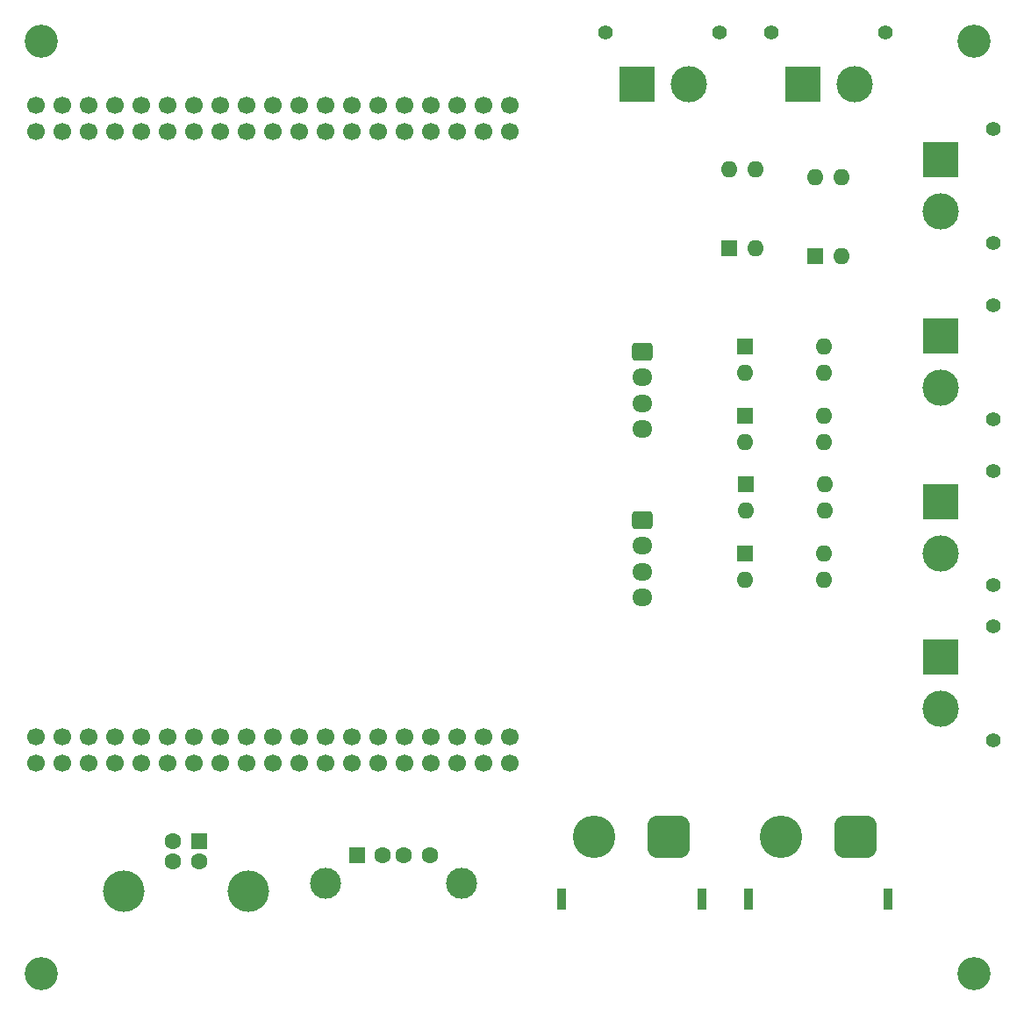
<source format=gbr>
%TF.GenerationSoftware,KiCad,Pcbnew,7.0.2*%
%TF.CreationDate,2024-05-02T17:55:26+09:00*%
%TF.ProjectId,DD_v6,44445f76-362e-46b6-9963-61645f706362,rev?*%
%TF.SameCoordinates,Original*%
%TF.FileFunction,Soldermask,Bot*%
%TF.FilePolarity,Negative*%
%FSLAX46Y46*%
G04 Gerber Fmt 4.6, Leading zero omitted, Abs format (unit mm)*
G04 Created by KiCad (PCBNEW 7.0.2) date 2024-05-02 17:55:26*
%MOMM*%
%LPD*%
G01*
G04 APERTURE LIST*
G04 Aperture macros list*
%AMRoundRect*
0 Rectangle with rounded corners*
0 $1 Rounding radius*
0 $2 $3 $4 $5 $6 $7 $8 $9 X,Y pos of 4 corners*
0 Add a 4 corners polygon primitive as box body*
4,1,4,$2,$3,$4,$5,$6,$7,$8,$9,$2,$3,0*
0 Add four circle primitives for the rounded corners*
1,1,$1+$1,$2,$3*
1,1,$1+$1,$4,$5*
1,1,$1+$1,$6,$7*
1,1,$1+$1,$8,$9*
0 Add four rect primitives between the rounded corners*
20,1,$1+$1,$2,$3,$4,$5,0*
20,1,$1+$1,$4,$5,$6,$7,0*
20,1,$1+$1,$6,$7,$8,$9,0*
20,1,$1+$1,$8,$9,$2,$3,0*%
G04 Aperture macros list end*
%ADD10C,3.200000*%
%ADD11C,1.400000*%
%ADD12R,3.500000X3.500000*%
%ADD13C,3.500000*%
%ADD14R,1.600000X1.600000*%
%ADD15O,1.600000X1.600000*%
%ADD16C,1.600000*%
%ADD17C,4.000000*%
%ADD18R,1.600000X1.500000*%
%ADD19C,3.000000*%
%ADD20RoundRect,0.250000X-0.725000X0.600000X-0.725000X-0.600000X0.725000X-0.600000X0.725000X0.600000X0*%
%ADD21O,1.950000X1.700000*%
%ADD22R,0.900000X2.000000*%
%ADD23RoundRect,1.025000X1.025000X1.025000X-1.025000X1.025000X-1.025000X-1.025000X1.025000X-1.025000X0*%
%ADD24C,4.100000*%
%ADD25C,1.700000*%
G04 APERTURE END LIST*
D10*
%TO.C,REF\u002A\u002A*%
X192000000Y-162000000D03*
%TD*%
%TO.C,REF\u002A\u002A*%
X102000000Y-162000000D03*
%TD*%
%TO.C,REF\u002A\u002A*%
X102000000Y-72000000D03*
%TD*%
%TO.C,REF\u002A\u002A*%
X192000000Y-72000000D03*
%TD*%
D11*
%TO.C,J5*%
X172500000Y-71150000D03*
X183500000Y-71150000D03*
D12*
X175500000Y-76150000D03*
D13*
X180500000Y-76150000D03*
%TD*%
D11*
%TO.C,J1*%
X193850000Y-128500000D03*
X193850000Y-139500000D03*
D12*
X188850000Y-131500000D03*
D13*
X188850000Y-136500000D03*
%TD*%
D11*
%TO.C,J2*%
X193850000Y-113500000D03*
X193850000Y-124500000D03*
D12*
X188850000Y-116500000D03*
D13*
X188850000Y-121500000D03*
%TD*%
D14*
%TO.C,U2*%
X169983834Y-114795863D03*
D15*
X169983834Y-117335863D03*
X177603834Y-117335863D03*
X177603834Y-114795863D03*
%TD*%
D14*
%TO.C,U1*%
X169958671Y-121468879D03*
D15*
X169958671Y-124008879D03*
X177578671Y-124008879D03*
X177578671Y-121468879D03*
%TD*%
D14*
%TO.C,U5*%
X176725000Y-92800000D03*
D15*
X179265000Y-92800000D03*
X179265000Y-85180000D03*
X176725000Y-85180000D03*
%TD*%
D14*
%TO.C,J10*%
X117250000Y-149212500D03*
D16*
X114750000Y-149212500D03*
X114750000Y-151212500D03*
X117250000Y-151212500D03*
D17*
X122000000Y-154072500D03*
X110000000Y-154072500D03*
%TD*%
D14*
%TO.C,U3*%
X169936236Y-108178012D03*
D15*
X169936236Y-110718012D03*
X177556236Y-110718012D03*
X177556236Y-108178012D03*
%TD*%
D11*
%TO.C,J4*%
X193850000Y-80500000D03*
X193850000Y-91500000D03*
D12*
X188850000Y-83500000D03*
D13*
X188850000Y-88500000D03*
%TD*%
D18*
%TO.C,J9*%
X132500000Y-150640000D03*
D16*
X135000000Y-150640000D03*
X137000000Y-150640000D03*
X139500000Y-150640000D03*
D19*
X129430000Y-153350000D03*
X142570000Y-153350000D03*
%TD*%
D14*
%TO.C,U4*%
X169958671Y-101468879D03*
D15*
X169958671Y-104008879D03*
X177578671Y-104008879D03*
X177578671Y-101468879D03*
%TD*%
D20*
%TO.C,J12*%
X160000000Y-102000000D03*
D21*
X160000000Y-104500000D03*
X160000000Y-107000000D03*
X160000000Y-109500000D03*
%TD*%
D22*
%TO.C,XT60OUT1*%
X165750000Y-154850000D03*
X152250000Y-154850000D03*
D23*
X162600000Y-148850000D03*
D24*
X155400000Y-148850000D03*
%TD*%
D14*
%TO.C,U6*%
X168403099Y-92000000D03*
D15*
X170943099Y-92000000D03*
X170943099Y-84380000D03*
X168403099Y-84380000D03*
%TD*%
D20*
%TO.C,J13*%
X160000000Y-118250000D03*
D21*
X160000000Y-120750000D03*
X160000000Y-123250000D03*
X160000000Y-125750000D03*
%TD*%
D11*
%TO.C,J3*%
X193850000Y-97500000D03*
X193850000Y-108500000D03*
D12*
X188850000Y-100500000D03*
D13*
X188850000Y-105500000D03*
%TD*%
D25*
%TO.C,U10*%
X116740000Y-139210000D03*
X109120000Y-141750000D03*
X114200000Y-139210000D03*
X109120000Y-80790000D03*
X106580000Y-141750000D03*
X142140000Y-141750000D03*
X129440000Y-139210000D03*
X109120000Y-78250000D03*
X106580000Y-139210000D03*
X121820000Y-139210000D03*
X119280000Y-139210000D03*
X134520000Y-139210000D03*
X137060000Y-139210000D03*
X144680000Y-80790000D03*
X147220000Y-80790000D03*
X139600000Y-139210000D03*
X114200000Y-80790000D03*
X116740000Y-80790000D03*
X119280000Y-80790000D03*
X129440000Y-80790000D03*
X126900000Y-80790000D03*
X142140000Y-80790000D03*
X116740000Y-78250000D03*
X114200000Y-78250000D03*
X116740000Y-141750000D03*
X119280000Y-141750000D03*
X121820000Y-141750000D03*
X104040000Y-139210000D03*
X137060000Y-141750000D03*
X139600000Y-141750000D03*
X142140000Y-139210000D03*
X129440000Y-78250000D03*
X126900000Y-78250000D03*
X139600000Y-80790000D03*
X134520000Y-80790000D03*
X137060000Y-80790000D03*
X121820000Y-80790000D03*
X126900000Y-141750000D03*
X104040000Y-80790000D03*
X106580000Y-80790000D03*
X131980000Y-80790000D03*
X119280000Y-78250000D03*
X137060000Y-78250000D03*
X134520000Y-78250000D03*
X131980000Y-78250000D03*
X147220000Y-139210000D03*
X144680000Y-139210000D03*
X144680000Y-141750000D03*
X147220000Y-141750000D03*
X142140000Y-78250000D03*
X106580000Y-78250000D03*
X104040000Y-78250000D03*
X124360000Y-80790000D03*
X101500000Y-78250000D03*
X101500000Y-80790000D03*
X101500000Y-141750000D03*
X101500000Y-139210000D03*
X104040000Y-141750000D03*
X129440000Y-141750000D03*
X131980000Y-141750000D03*
X134520000Y-141750000D03*
X124360000Y-141750000D03*
X109120000Y-139210000D03*
X124360000Y-139210000D03*
X126900000Y-139210000D03*
X111660000Y-80790000D03*
X124360000Y-78250000D03*
X139600000Y-78250000D03*
X114200000Y-141750000D03*
X111660000Y-139210000D03*
X111660000Y-141750000D03*
X131980000Y-139210000D03*
X111660000Y-78250000D03*
X121820000Y-78250000D03*
X144680000Y-78250000D03*
X147220000Y-78250000D03*
%TD*%
D11*
%TO.C,J6*%
X156500000Y-71150000D03*
X167500000Y-71150000D03*
D12*
X159500000Y-76150000D03*
D13*
X164500000Y-76150000D03*
%TD*%
D22*
%TO.C,XT60IN1*%
X183750000Y-154850000D03*
X170250000Y-154850000D03*
D23*
X180600000Y-148850000D03*
D24*
X173400000Y-148850000D03*
%TD*%
M02*

</source>
